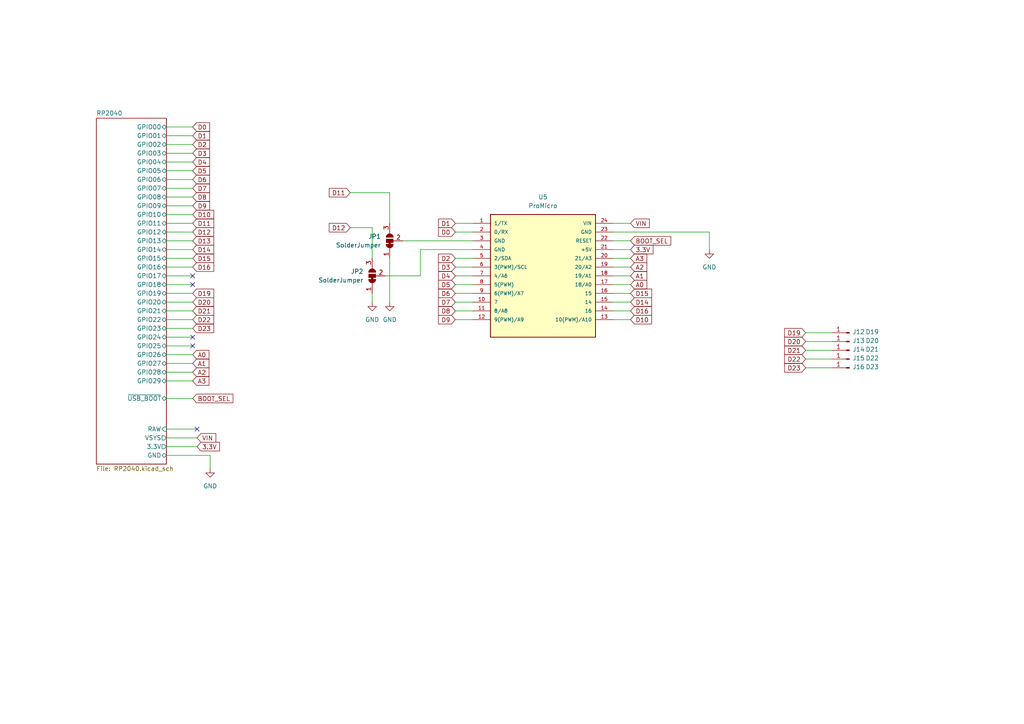
<source format=kicad_sch>
(kicad_sch (version 20231120) (generator "eeschema") (generator_version "8.0")
  (paper "A4")
  (title_block (date "${DATE}") (rev "${VERSION}"))
  (lib_symbols
    (symbol "Connector:Conn_01x01_Pin" (pin_names (offset 1.016) hide)
      (property "Reference" "J" (at 0 2.54 0))
      (property "Value" "Conn_01x01_Pin" (at 0 -2.54 0))
      (symbol "Conn_01x01_Pin_1_1"
        (polyline (pts (xy 1.27 0) (xy 0.8636 0)) (stroke (width 0.1524)))
        (rectangle (start 0.8636 0.127) (end 0 -0.127) (stroke (width 0.1524)) (fill (type outline)))
        (pin passive line (at 5.08 0 180) (length 3.81) (name "Pin_1") (number "1"))
      )
    )
    (symbol "Own_Library:PoMicro" (pin_names (offset 1.016))
      (property "Reference" "U" (at -14.732 19.05 0))
      (property "Value" "ProMicro" (at -3.048 -15.24 0))
      (symbol "PoMicro_0_0"
        (rectangle (start -15.24 17.78) (end 15.24 -17.78) (stroke (width 0.254)) (fill (type background)))
      )
      (symbol "PoMicro_1_0"
        (pin bidirectional line (at -20.32 15.24 0) (length 5.08) (name "1/TX") (number "1"))
        (pin bidirectional line (at -20.32 -7.62 0) (length 5.08) (name "7") (number "10"))
        (pin bidirectional line (at -20.32 -10.16 0) (length 5.08) (name "8/A8") (number "11"))
        (pin bidirectional line (at -20.32 -12.7 0) (length 5.08) (name "9(PWM)/A9") (number "12"))
        (pin bidirectional line (at 20.32 -12.7 180) (length 5.08) (name "10(PWM)/A10") (number "13"))
        (pin bidirectional line (at 20.32 -10.16 180) (length 5.08) (name "16") (number "14"))
        (pin bidirectional line (at 20.32 -7.62 180) (length 5.08) (name "14") (number "15"))
        (pin bidirectional line (at 20.32 -5.08 180) (length 5.08) (name "15") (number "16"))
        (pin bidirectional line (at 20.32 -2.54 180) (length 5.08) (name "18/A0") (number "17"))
        (pin bidirectional line (at 20.32 0 180) (length 5.08) (name "19/A1") (number "18"))
        (pin bidirectional line (at 20.32 2.54 180) (length 5.08) (name "20/A2") (number "19"))
        (pin bidirectional line (at -20.32 12.7 0) (length 5.08) (name "0/RX") (number "2"))
        (pin bidirectional line (at 20.32 5.08 180) (length 5.08) (name "21/A3") (number "20"))
        (pin power_in line (at 20.32 7.62 180) (length 5.08) (name "+5V") (number "21"))
        (pin input line (at 20.32 10.16 180) (length 5.08) (name "RESET") (number "22"))
        (pin power_in line (at 20.32 12.7 180) (length 5.08) (name "GND") (number "23"))
        (pin power_in line (at 20.32 15.24 180) (length 5.08) (name "VIN") (number "24"))
        (pin power_in line (at -20.32 10.16 0) (length 5.08) (name "GND") (number "3"))
        (pin power_in line (at -20.32 7.62 0) (length 5.08) (name "GND") (number "4"))
        (pin bidirectional line (at -20.32 5.08 0) (length 5.08) (name "2/SDA") (number "5"))
        (pin bidirectional line (at -20.32 2.54 0) (length 5.08) (name "3(PWM)/SCL") (number "6"))
        (pin bidirectional line (at -20.32 0 0) (length 5.08) (name "4/A6") (number "7"))
        (pin bidirectional line (at -20.32 -2.54 0) (length 5.08) (name "5(PWM)") (number "8"))
        (pin bidirectional line (at -20.32 -5.08 0) (length 5.08) (name "6(PWM)/A7") (number "9"))
      )
    )
    (symbol "_MobiFlight:SolderJumper" (pin_names (offset 0) hide) (exclude_from_sim yes) (in_bom no)
      (property "Reference" "JP" (at -2.54 -2.54 0))
      (property "Value" "SolderJumper" (at 0 2.794 0))
      (symbol "SolderJumper_0_1"
        (rectangle (start -1.016 0.254) (end -0.508 -0.254) (fill (type outline)))
        (arc (start -1.016 1.016) (mid -2.0276 0) (end -1.016 -1.016))
        (arc (start -1.016 1.016) (mid -2.0276 0) (end -1.016 -1.016) (fill (type outline)))
        (rectangle (start -0.508 1.016) (end 0.508 -1.016) (fill (type outline)))
        (polyline (pts (xy -2.54 0) (xy -2.032 0)))
        (polyline (pts (xy -1.016 1.016) (xy -1.016 -1.016)))
        (polyline (pts (xy 0 -1.27) (xy 0 -1.016)))
        (polyline (pts (xy 1.016 1.016) (xy 1.016 -1.016)))
        (polyline (pts (xy 2.54 0) (xy 2.032 0)))
        (arc (start 1.016 -1.016) (mid 2.0276 0) (end 1.016 1.016))
        (arc (start 1.016 -1.016) (mid 2.0276 0) (end 1.016 1.016) (fill (type outline)))
      )
      (symbol "SolderJumper_1_1"
        (pin passive line (at -5.08 0 0) (length 2.54) (name "A") (number "1"))
        (pin passive line (at 0 -3.81 90) (length 2.54) (name "C") (number "2"))
        (pin passive line (at 5.08 0 180) (length 2.54) (name "B") (number "3"))
      )
    )
    (symbol "power:GND" (power) (pin_numbers hide) (pin_names (offset 0) hide)
      (property "Value" "GND" (at 0 -3.81 0))
      (symbol "GND_0_1"
        (polyline (pts (xy 0 0) (xy 0 -1.27) (xy 1.27 -1.27) (xy 0 -2.54) (xy -1.27 -1.27) (xy 0 -1.27)))
      )
      (symbol "GND_1_1"
        (pin power_in line (at 0 0 270) (length 0) (name "~") (number "1"))
      )
    )
  )
  (no_connect (at 55.88 82.55))
  (no_connect (at 57.15 124.46))
  (no_connect (at 55.88 100.33))
  (no_connect (at 55.88 80.01))
  (no_connect (at 55.88 97.79))
  (wire (pts (xy 60.96 132.08) (xy 60.96 135.89)))
  (wire (pts (xy 48.26 80.01) (xy 55.88 80.01)))
  (wire (pts (xy 48.26 107.95) (xy 55.88 107.95)))
  (wire (pts (xy 132.08 87.63) (xy 137.16 87.63)))
  (wire (pts (xy 48.26 100.33) (xy 55.88 100.33)))
  (wire (pts (xy 48.26 52.07) (xy 55.88 52.07)))
  (wire (pts (xy 48.26 77.47) (xy 55.88 77.47)))
  (wire (pts (xy 48.26 46.99) (xy 55.88 46.99)))
  (wire (pts (xy 48.26 36.83) (xy 55.88 36.83)))
  (wire (pts (xy 48.26 39.37) (xy 55.88 39.37)))
  (wire (pts (xy 132.08 80.01) (xy 137.16 80.01)))
  (wire (pts (xy 107.95 66.04) (xy 107.95 74.93)))
  (wire (pts (xy 177.8 72.39) (xy 182.88 72.39)))
  (wire (pts (xy 177.8 69.85) (xy 182.88 69.85)))
  (wire (pts (xy 132.08 77.47) (xy 137.16 77.47)))
  (wire (pts (xy 132.08 92.71) (xy 137.16 92.71)))
  (wire (pts (xy 48.26 41.91) (xy 55.88 41.91)))
  (wire (pts (xy 233.68 96.52) (xy 241.3 96.52)))
  (wire (pts (xy 177.8 85.09) (xy 182.88 85.09)))
  (wire (pts (xy 113.03 74.93) (xy 113.03 87.63)))
  (wire (pts (xy 48.26 64.77) (xy 55.88 64.77)))
  (wire (pts (xy 48.26 90.17) (xy 55.88 90.17)))
  (wire (pts (xy 132.08 74.93) (xy 137.16 74.93)))
  (wire (pts (xy 48.26 74.93) (xy 55.88 74.93)))
  (wire (pts (xy 132.08 64.77) (xy 137.16 64.77)))
  (wire (pts (xy 177.8 67.31) (xy 205.74 67.31)))
  (wire (pts (xy 111.76 80.01) (xy 121.92 80.01)))
  (wire (pts (xy 132.08 90.17) (xy 137.16 90.17)))
  (wire (pts (xy 132.08 67.31) (xy 137.16 67.31)))
  (wire (pts (xy 48.26 110.49) (xy 55.88 110.49)))
  (wire (pts (xy 132.08 82.55) (xy 137.16 82.55)))
  (wire (pts (xy 121.92 80.01) (xy 121.92 72.39)))
  (wire (pts (xy 48.26 124.46) (xy 57.15 124.46)))
  (wire (pts (xy 177.8 82.55) (xy 182.88 82.55)))
  (wire (pts (xy 48.26 57.15) (xy 55.88 57.15)))
  (wire (pts (xy 177.8 74.93) (xy 182.88 74.93)))
  (wire (pts (xy 177.8 90.17) (xy 182.88 90.17)))
  (wire (pts (xy 177.8 64.77) (xy 182.88 64.77)))
  (wire (pts (xy 177.8 80.01) (xy 182.88 80.01)))
  (wire (pts (xy 177.8 87.63) (xy 182.88 87.63)))
  (wire (pts (xy 48.26 44.45) (xy 55.88 44.45)))
  (wire (pts (xy 48.26 54.61) (xy 55.88 54.61)))
  (wire (pts (xy 107.95 85.09) (xy 107.95 87.63)))
  (wire (pts (xy 48.26 95.25) (xy 55.88 95.25)))
  (wire (pts (xy 177.8 77.47) (xy 182.88 77.47)))
  (wire (pts (xy 233.68 99.06) (xy 241.3 99.06)))
  (wire (pts (xy 101.6 55.88) (xy 113.03 55.88)))
  (wire (pts (xy 48.26 87.63) (xy 55.88 87.63)))
  (wire (pts (xy 48.26 85.09) (xy 55.88 85.09)))
  (wire (pts (xy 116.84 69.85) (xy 137.16 69.85)))
  (wire (pts (xy 48.26 82.55) (xy 55.88 82.55)))
  (wire (pts (xy 48.26 92.71) (xy 55.88 92.71)))
  (wire (pts (xy 132.08 85.09) (xy 137.16 85.09)))
  (wire (pts (xy 48.26 69.85) (xy 55.88 69.85)))
  (wire (pts (xy 233.68 101.6) (xy 241.3 101.6)))
  (wire (pts (xy 48.26 115.57) (xy 55.88 115.57)))
  (wire (pts (xy 48.26 72.39) (xy 55.88 72.39)))
  (wire (pts (xy 101.6 66.04) (xy 107.95 66.04)))
  (wire (pts (xy 113.03 55.88) (xy 113.03 64.77)))
  (wire (pts (xy 48.26 129.54) (xy 57.15 129.54)))
  (wire (pts (xy 233.68 106.68) (xy 241.3 106.68)))
  (wire (pts (xy 48.26 59.69) (xy 55.88 59.69)))
  (wire (pts (xy 48.26 97.79) (xy 55.88 97.79)))
  (wire (pts (xy 48.26 105.41) (xy 55.88 105.41)))
  (wire (pts (xy 205.74 67.31) (xy 205.74 72.39)))
  (wire (pts (xy 48.26 49.53) (xy 55.88 49.53)))
  (wire (pts (xy 48.26 67.31) (xy 55.88 67.31)))
  (wire (pts (xy 233.68 104.14) (xy 241.3 104.14)))
  (wire (pts (xy 121.92 72.39) (xy 137.16 72.39)))
  (wire (pts (xy 48.26 62.23) (xy 55.88 62.23)))
  (wire (pts (xy 177.8 92.71) (xy 182.88 92.71)))
  (wire (pts (xy 48.26 127) (xy 57.15 127)))
  (wire (pts (xy 48.26 102.87) (xy 55.88 102.87)))
  (wire (pts (xy 48.26 132.08) (xy 60.96 132.08)))
  (global_label "D20" (shape input) (at 55.88 87.63 0) (property "Intersheetrefs" "${INTERSHEET_REFS}" (effects (hide yes))))
  (global_label "D21" (shape input) (at 233.68 101.6 180) (property "Intersheetrefs" "${INTERSHEET_REFS}" (effects (hide yes))))
  (global_label "D5" (shape input) (at 55.88 49.53 0) (property "Intersheetrefs" "${INTERSHEET_REFS}" (effects (hide yes))))
  (global_label "D2" (shape input) (at 132.08 74.93 180) (property "Intersheetrefs" "${INTERSHEET_REFS}" (effects (hide yes))))
  (global_label "D5" (shape input) (at 132.08 82.55 180) (property "Intersheetrefs" "${INTERSHEET_REFS}" (effects (hide yes))))
  (global_label "D20" (shape input) (at 233.68 99.06 180) (property "Intersheetrefs" "${INTERSHEET_REFS}" (effects (hide yes))))
  (global_label "D22" (shape input) (at 233.68 104.14 180) (property "Intersheetrefs" "${INTERSHEET_REFS}" (effects (hide yes))))
  (global_label "D23" (shape input) (at 55.88 95.25 0) (property "Intersheetrefs" "${INTERSHEET_REFS}" (effects (hide yes))))
  (global_label "A3" (shape input) (at 55.88 110.49 0) (property "Intersheetrefs" "${INTERSHEET_REFS}" (effects (hide yes))))
  (global_label "D16" (shape input) (at 182.88 90.17 0) (property "Intersheetrefs" "${INTERSHEET_REFS}" (effects (hide yes))))
  (global_label "D23" (shape input) (at 233.68 106.68 180) (property "Intersheetrefs" "${INTERSHEET_REFS}" (effects (hide yes))))
  (global_label "A2" (shape input) (at 55.88 107.95 0) (property "Intersheetrefs" "${INTERSHEET_REFS}" (effects (hide yes))))
  (global_label "D0" (shape input) (at 132.08 67.31 180) (property "Intersheetrefs" "${INTERSHEET_REFS}" (effects (hide yes))))
  (global_label "D6" (shape input) (at 132.08 85.09 180) (property "Intersheetrefs" "${INTERSHEET_REFS}" (effects (hide yes))))
  (global_label "D2" (shape input) (at 55.88 41.91 0) (property "Intersheetrefs" "${INTERSHEET_REFS}" (effects (hide yes))))
  (global_label "D11" (shape input) (at 101.6 55.88 180) (property "Intersheetrefs" "${INTERSHEET_REFS}" (effects (hide yes))))
  (global_label "D21" (shape input) (at 55.88 90.17 0) (property "Intersheetrefs" "${INTERSHEET_REFS}" (effects (hide yes))))
  (global_label "D7" (shape input) (at 55.88 54.61 0) (property "Intersheetrefs" "${INTERSHEET_REFS}" (effects (hide yes))))
  (global_label "BOOT_SEL" (shape input) (at 55.88 115.57 0) (property "Intersheetrefs" "${INTERSHEET_REFS}" (effects (hide yes))))
  (global_label "D22" (shape input) (at 55.88 92.71 0) (property "Intersheetrefs" "${INTERSHEET_REFS}" (effects (hide yes))))
  (global_label "D8" (shape input) (at 132.08 90.17 180) (property "Intersheetrefs" "${INTERSHEET_REFS}" (effects (hide yes))))
  (global_label "VIN" (shape input) (at 57.15 127 0) (property "Intersheetrefs" "${INTERSHEET_REFS}" (effects (hide yes))))
  (global_label "D4" (shape input) (at 132.08 80.01 180) (property "Intersheetrefs" "${INTERSHEET_REFS}" (effects (hide yes))))
  (global_label "D12" (shape input) (at 101.6 66.04 180) (property "Intersheetrefs" "${INTERSHEET_REFS}" (effects (hide yes))))
  (global_label "A0" (shape input) (at 182.88 82.55 0) (property "Intersheetrefs" "${INTERSHEET_REFS}" (effects (hide yes))))
  (global_label "D3" (shape input) (at 55.88 44.45 0) (property "Intersheetrefs" "${INTERSHEET_REFS}" (effects (hide yes))))
  (global_label "D13" (shape input) (at 55.88 69.85 0) (property "Intersheetrefs" "${INTERSHEET_REFS}" (effects (hide yes))))
  (global_label "D15" (shape input) (at 182.88 85.09 0) (property "Intersheetrefs" "${INTERSHEET_REFS}" (effects (hide yes))))
  (global_label "D4" (shape input) (at 55.88 46.99 0) (property "Intersheetrefs" "${INTERSHEET_REFS}" (effects (hide yes))))
  (global_label "D9" (shape input) (at 132.08 92.71 180) (property "Intersheetrefs" "${INTERSHEET_REFS}" (effects (hide yes))))
  (global_label "D11" (shape input) (at 55.88 64.77 0) (property "Intersheetrefs" "${INTERSHEET_REFS}" (effects (hide yes))))
  (global_label "D10" (shape input) (at 55.88 62.23 0) (property "Intersheetrefs" "${INTERSHEET_REFS}" (effects (hide yes))))
  (global_label "D19" (shape input) (at 55.88 85.09 0) (property "Intersheetrefs" "${INTERSHEET_REFS}" (effects (hide yes))))
  (global_label "3.3V" (shape input) (at 182.88 72.39 0) (property "Intersheetrefs" "${INTERSHEET_REFS}" (effects (hide yes))))
  (global_label "D12" (shape input) (at 55.88 67.31 0) (property "Intersheetrefs" "${INTERSHEET_REFS}" (effects (hide yes))))
  (global_label "D14" (shape input) (at 182.88 87.63 0) (property "Intersheetrefs" "${INTERSHEET_REFS}" (effects (hide yes))))
  (global_label "D1" (shape input) (at 132.08 64.77 180) (property "Intersheetrefs" "${INTERSHEET_REFS}" (effects (hide yes))))
  (global_label "D9" (shape input) (at 55.88 59.69 0) (property "Intersheetrefs" "${INTERSHEET_REFS}" (effects (hide yes))))
  (global_label "D10" (shape input) (at 182.88 92.71 0) (property "Intersheetrefs" "${INTERSHEET_REFS}" (effects (hide yes))))
  (global_label "A3" (shape input) (at 182.88 74.93 0) (property "Intersheetrefs" "${INTERSHEET_REFS}" (effects (hide yes))))
  (global_label "D1" (shape input) (at 55.88 39.37 0) (property "Intersheetrefs" "${INTERSHEET_REFS}" (effects (hide yes))))
  (global_label "D16" (shape input) (at 55.88 77.47 0) (property "Intersheetrefs" "${INTERSHEET_REFS}" (effects (hide yes))))
  (global_label "D8" (shape input) (at 55.88 57.15 0) (property "Intersheetrefs" "${INTERSHEET_REFS}" (effects (hide yes))))
  (global_label "D6" (shape input) (at 55.88 52.07 0) (property "Intersheetrefs" "${INTERSHEET_REFS}" (effects (hide yes))))
  (global_label "D14" (shape input) (at 55.88 72.39 0) (property "Intersheetrefs" "${INTERSHEET_REFS}" (effects (hide yes))))
  (global_label "D7" (shape input) (at 132.08 87.63 180) (property "Intersheetrefs" "${INTERSHEET_REFS}" (effects (hide yes))))
  (global_label "A2" (shape input) (at 182.88 77.47 0) (property "Intersheetrefs" "${INTERSHEET_REFS}" (effects (hide yes))))
  (global_label "D3" (shape input) (at 132.08 77.47 180) (property "Intersheetrefs" "${INTERSHEET_REFS}" (effects (hide yes))))
  (global_label "D19" (shape input) (at 233.68 96.52 180) (property "Intersheetrefs" "${INTERSHEET_REFS}" (effects (hide yes))))
  (global_label "3.3V" (shape input) (at 57.15 129.54 0) (property "Intersheetrefs" "${INTERSHEET_REFS}" (effects (hide yes))))
  (global_label "VIN" (shape input) (at 182.88 64.77 0) (property "Intersheetrefs" "${INTERSHEET_REFS}" (effects (hide yes))))
  (global_label "A1" (shape input) (at 182.88 80.01 0) (property "Intersheetrefs" "${INTERSHEET_REFS}" (effects (hide yes))))
  (global_label "D15" (shape input) (at 55.88 74.93 0) (property "Intersheetrefs" "${INTERSHEET_REFS}" (effects (hide yes))))
  (global_label "D0" (shape input) (at 55.88 36.83 0) (property "Intersheetrefs" "${INTERSHEET_REFS}" (effects (hide yes))))
  (global_label "BOOT_SEL" (shape input) (at 182.88 69.85 0) (property "Intersheetrefs" "${INTERSHEET_REFS}" (effects (hide yes))))
  (global_label "A1" (shape input) (at 55.88 105.41 0) (property "Intersheetrefs" "${INTERSHEET_REFS}" (effects (hide yes))))
  (global_label "A0" (shape input) (at 55.88 102.87 0) (property "Intersheetrefs" "${INTERSHEET_REFS}" (effects (hide yes))))
  (symbol (lib_id "power:GND") (at 60.96 135.89 0) (unit 1)
    (property "Reference" "#PWR04" (effects (hide yes)))
    (property "Value" "GND" (at 60.96 140.97 0))
    (property "Description" "Power symbol creates a global label with name \"GND\" , ground" (effects (hide yes)))
  )
  (symbol (lib_id "Connector:Conn_01x01_Pin") (at 246.38 104.14 180) (unit 1)
    (property "Reference" "J15" (at 249.047 103.886 0))
    (property "Value" "D22" (at 252.984 103.886 0))
    (property "Footprint" "TestPoint:TestPoint_Pad_1.0x1.0mm" (effects (hide yes)))
    (property "Description" "Generic connector, single row, 01x01, script generated" (effects (hide yes)))
  )
  (symbol (lib_id "_MobiFlight:SolderJumper") (at 107.95 80.01 90) (unit 1) (exclude_from_sim yes) (in_bom no)
    (property "Reference" "JP2" (at 105.41 78.7399 90) (effects (justify left)))
    (property "Value" "SolderJumper" (at 105.41 81.2799 90) (effects (justify left)))
    (property "Footprint" "_MobiFlight:SolderJumper-3_P1.3mm_Bridged12_RoundedPad1.0x1.5mm" (effects (hide yes)))
    (property "Description" "Choose footprint from MobiFlight footprints" (effects (hide yes)))
  )
  (symbol (lib_id "power:GND") (at 205.74 72.39 0) (unit 1)
    (property "Reference" "#PWR09" (effects (hide yes)))
    (property "Value" "GND" (at 205.74 77.47 0))
    (property "Description" "Power symbol creates a global label with name \"GND\" , ground" (effects (hide yes)))
  )
  (symbol (lib_id "_MobiFlight:SolderJumper") (at 113.03 69.85 90) (unit 1) (exclude_from_sim yes) (in_bom no)
    (property "Reference" "JP1" (at 110.49 68.5799 90) (effects (justify left)))
    (property "Value" "SolderJumper" (at 110.49 71.1199 90) (effects (justify left)))
    (property "Footprint" "_MobiFlight:SolderJumper-3_P1.3mm_Bridged12_RoundedPad1.0x1.5mm" (effects (hide yes)))
    (property "Description" "Choose footprint from MobiFlight footprints" (effects (hide yes)))
  )
  (symbol (lib_id "Own_Library:PoMicro") (at 157.48 80.01 0) (unit 1)
    (property "Reference" "U5" (at 157.48 57.15 0))
    (property "Value" "ProMicro" (at 157.48 59.69 0))
    (property "Footprint" "_Own_Library:ProMicro" (effects (hide yes)))
    (property "MF" "Arduino" (effects (hide yes)))
    (property "Description_1" "\n                        \n                            Microcontroller board based on the ATmega32u4\n                        \n" (effects (hide yes)))
    (property "Package" "Non-Standard Arduino" (effects (hide yes)))
    (property "Price" "None" (effects (hide yes)))
    (property "Check_prices" "https://www.snapeda.com/parts/Arduino%20Micro/Arduino/view-part/?ref=eda" (effects (hide yes)))
    (property "STANDARD" "Manufacturer Recommendations" (effects (hide yes)))
    (property "PARTREV" "N/A" (effects (hide yes)))
    (property "SnapEDA_Link" "https://www.snapeda.com/parts/Arduino%20Micro/Arduino/view-part/?ref=snap" (effects (hide yes)))
    (property "MP" "Arduino Micro" (effects (hide yes)))
    (property "Availability" "Not in stock" (effects (hide yes)))
    (property "MANUFACTURER" "ARDUINO" (effects (hide yes)))
  )
  (symbol (lib_id "Connector:Conn_01x01_Pin") (at 246.38 99.06 180) (unit 1)
    (property "Reference" "J13" (at 249.047 98.806 0))
    (property "Value" "D20" (at 252.984 98.806 0))
    (property "Footprint" "TestPoint:TestPoint_Pad_1.0x1.0mm" (effects (hide yes)))
    (property "Description" "Generic connector, single row, 01x01, script generated" (effects (hide yes)))
  )
  (symbol (lib_id "power:GND") (at 113.03 87.63 0) (unit 1)
    (property "Reference" "#PWR011" (effects (hide yes)))
    (property "Value" "GND" (at 113.03 92.71 0))
    (property "Description" "Power symbol creates a global label with name \"GND\" , ground" (effects (hide yes)))
  )
  (symbol (lib_id "Connector:Conn_01x01_Pin") (at 246.38 106.68 180) (unit 1)
    (property "Reference" "J16" (at 249.047 106.426 0))
    (property "Value" "D23" (at 252.984 106.426 0))
    (property "Footprint" "TestPoint:TestPoint_Pad_1.0x1.0mm" (effects (hide yes)))
    (property "Description" "Generic connector, single row, 01x01, script generated" (effects (hide yes)))
  )
  (symbol (lib_id "Connector:Conn_01x01_Pin") (at 246.38 96.52 180) (unit 1)
    (property "Reference" "J12" (at 249.047 96.266 0))
    (property "Value" "D19" (at 252.984 96.266 0))
    (property "Footprint" "TestPoint:TestPoint_Pad_1.0x1.0mm" (effects (hide yes)))
    (property "Description" "Generic connector, single row, 01x01, script generated" (effects (hide yes)))
  )
  (symbol (lib_id "power:GND") (at 107.95 87.63 0) (unit 1)
    (property "Reference" "#PWR07" (effects (hide yes)))
    (property "Value" "GND" (at 107.95 92.71 0))
    (property "Description" "Power symbol creates a global label with name \"GND\" , ground" (effects (hide yes)))
  )
  (symbol (lib_id "Connector:Conn_01x01_Pin") (at 246.38 101.6 180) (unit 1)
    (property "Reference" "J14" (at 249.047 101.346 0))
    (property "Value" "D21" (at 252.984 101.346 0))
    (property "Footprint" "TestPoint:TestPoint_Pad_1.0x1.0mm" (effects (hide yes)))
    (property "Description" "Generic connector, single row, 01x01, script generated" (effects (hide yes)))
  )
  (sheet (at 27.94 34.29) (size 20.32 100.33) (stroke (width 0.1524))
    (property "Sheetname" "RP2040" (at 27.94 33.5784 0) (effects (justify left bottom)))
    (property "Sheetfile" "RP2040.kicad_sch" (at 27.94 135.2046 0) (effects (justify left top)))
    (pin "GPIO06" bidirectional (at 48.26 52.07 0))
    (pin "GPIO08" bidirectional (at 48.26 57.15 0))
    (pin "GPIO07" bidirectional (at 48.26 54.61 0))
    (pin "GPIO09" bidirectional (at 48.26 59.69 0))
    (pin "GPIO00" bidirectional (at 48.26 36.83 0))
    (pin "GPIO05" bidirectional (at 48.26 49.53 0))
    (pin "GPIO03" bidirectional (at 48.26 44.45 0))
    (pin "GPIO04" bidirectional (at 48.26 46.99 0))
    (pin "GPIO02" bidirectional (at 48.26 41.91 0))
    (pin "GPIO01" bidirectional (at 48.26 39.37 0))
    (pin "GPIO10" bidirectional (at 48.26 62.23 0))
    (pin "GPIO12" bidirectional (at 48.26 67.31 0))
    (pin "GPIO13" bidirectional (at 48.26 69.85 0))
    (pin "GPIO17" bidirectional (at 48.26 80.01 0))
    (pin "GPIO16" bidirectional (at 48.26 77.47 0))
    (pin "GPIO11" bidirectional (at 48.26 64.77 0))
    (pin "GPIO15" bidirectional (at 48.26 74.93 0))
    (pin "GPIO14" bidirectional (at 48.26 72.39 0))
    (pin "GPIO21" bidirectional (at 48.26 90.17 0))
    (pin "GPIO25" bidirectional (at 48.26 100.33 0))
    (pin "GPIO22" bidirectional (at 48.26 92.71 0))
    (pin "GPIO24" bidirectional (at 48.26 97.79 0))
    (pin "GPIO23" bidirectional (at 48.26 95.25 0))
    (pin "GPIO19" bidirectional (at 48.26 85.09 0))
    (pin "GPIO18" bidirectional (at 48.26 82.55 0))
    (pin "GPIO20" bidirectional (at 48.26 87.63 0))
    (pin "GPIO29" bidirectional (at 48.26 110.49 0))
    (pin "GPIO27" bidirectional (at 48.26 105.41 0))
    (pin "GPIO28" bidirectional (at 48.26 107.95 0))
    (pin "GPIO26" bidirectional (at 48.26 102.87 0))
    (pin "~{USB_BOOT}" bidirectional (at 48.26 115.57 0))
    (pin "GND" bidirectional (at 48.26 132.08 0))
    (pin "VSYS" output (at 48.26 127 0))
    (pin "RAW" input (at 48.26 124.46 0))
    (pin "3.3V" output (at 48.26 129.54 0))
  )
)
</source>
